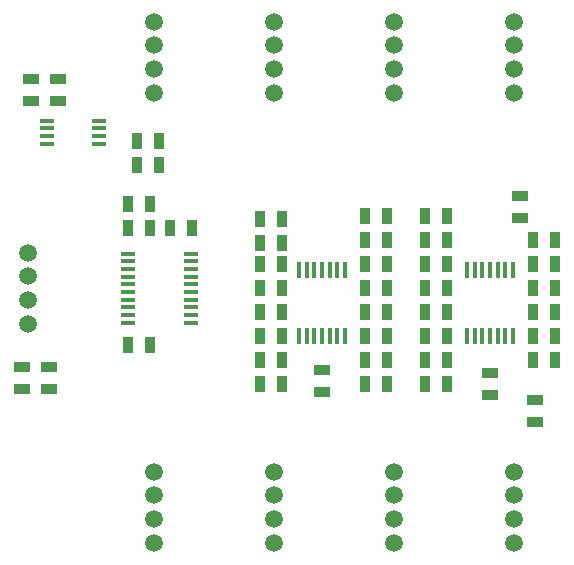
<source format=gts>
G04 (created by PCBNEW (22-Jun-2014 BZR 4027)-stable) date sam 25 jui 2015 15:37:36 CEST*
%MOIN*%
G04 Gerber Fmt 3.4, Leading zero omitted, Abs format*
%FSLAX34Y34*%
G01*
G70*
G90*
G04 APERTURE LIST*
%ADD10C,0.00590551*%
%ADD11R,0.05X0.016*%
%ADD12R,0.017X0.055*%
%ADD13R,0.035X0.055*%
%ADD14R,0.055X0.035*%
%ADD15C,0.0590551*%
G04 APERTURE END LIST*
G54D10*
G54D11*
X47150Y-33750D03*
X47150Y-34000D03*
X47150Y-34260D03*
X47150Y-34520D03*
X47150Y-34770D03*
X47150Y-35030D03*
X47150Y-35290D03*
X47150Y-35540D03*
X47150Y-35800D03*
X47150Y-36050D03*
X49250Y-36050D03*
X49250Y-35800D03*
X49250Y-35540D03*
X49250Y-35290D03*
X49250Y-35030D03*
X49250Y-34770D03*
X49250Y-34520D03*
X49250Y-34260D03*
X49250Y-34000D03*
X49250Y-33750D03*
G54D12*
X58440Y-36500D03*
X58690Y-36500D03*
X58950Y-36500D03*
X59200Y-36500D03*
X59460Y-36500D03*
X59715Y-36500D03*
X59970Y-36500D03*
X59970Y-34300D03*
X59715Y-34300D03*
X59460Y-34300D03*
X59200Y-34300D03*
X58945Y-34300D03*
X58690Y-34300D03*
X58435Y-34300D03*
X52840Y-36500D03*
X53090Y-36500D03*
X53350Y-36500D03*
X53600Y-36500D03*
X53860Y-36500D03*
X54115Y-36500D03*
X54370Y-36500D03*
X54370Y-34300D03*
X54115Y-34300D03*
X53860Y-34300D03*
X53600Y-34300D03*
X53345Y-34300D03*
X53090Y-34300D03*
X52835Y-34300D03*
G54D13*
X60625Y-36500D03*
X61375Y-36500D03*
X51525Y-32600D03*
X52275Y-32600D03*
X57775Y-36500D03*
X57025Y-36500D03*
X57775Y-37300D03*
X57025Y-37300D03*
X57025Y-35700D03*
X57775Y-35700D03*
X57025Y-38100D03*
X57775Y-38100D03*
X51525Y-34900D03*
X52275Y-34900D03*
X60625Y-37300D03*
X61375Y-37300D03*
X61375Y-35700D03*
X60625Y-35700D03*
G54D14*
X60700Y-39375D03*
X60700Y-38625D03*
G54D13*
X60625Y-34100D03*
X61375Y-34100D03*
X60625Y-33300D03*
X61375Y-33300D03*
X61375Y-34900D03*
X60625Y-34900D03*
G54D14*
X60200Y-31825D03*
X60200Y-32575D03*
G54D13*
X57775Y-34100D03*
X57025Y-34100D03*
X57775Y-33300D03*
X57025Y-33300D03*
X57025Y-34900D03*
X57775Y-34900D03*
X57025Y-32500D03*
X57775Y-32500D03*
X52275Y-33400D03*
X51525Y-33400D03*
X52275Y-36500D03*
X51525Y-36500D03*
X52275Y-37300D03*
X51525Y-37300D03*
X51525Y-35700D03*
X52275Y-35700D03*
X51525Y-38100D03*
X52275Y-38100D03*
X55025Y-36500D03*
X55775Y-36500D03*
X55025Y-37300D03*
X55775Y-37300D03*
X55775Y-35700D03*
X55025Y-35700D03*
X55775Y-38100D03*
X55025Y-38100D03*
X55025Y-34100D03*
X55775Y-34100D03*
X55025Y-33300D03*
X55775Y-33300D03*
X55775Y-34900D03*
X55025Y-34900D03*
X55775Y-32500D03*
X55025Y-32500D03*
X52275Y-34100D03*
X51525Y-34100D03*
G54D14*
X59200Y-37725D03*
X59200Y-38475D03*
X53600Y-37625D03*
X53600Y-38375D03*
G54D13*
X47125Y-36800D03*
X47875Y-36800D03*
X47125Y-32100D03*
X47875Y-32100D03*
X47125Y-32900D03*
X47875Y-32900D03*
X49275Y-32900D03*
X48525Y-32900D03*
G54D14*
X43900Y-28675D03*
X43900Y-27925D03*
X44800Y-28675D03*
X44800Y-27925D03*
G54D11*
X46175Y-30085D03*
X46175Y-29830D03*
X46175Y-29570D03*
X46175Y-29315D03*
X44425Y-29315D03*
X44425Y-29570D03*
X44425Y-29830D03*
X44425Y-30085D03*
G54D13*
X48175Y-30000D03*
X47425Y-30000D03*
X48175Y-30800D03*
X47425Y-30800D03*
G54D14*
X44500Y-38275D03*
X44500Y-37525D03*
X43600Y-38275D03*
X43600Y-37525D03*
G54D15*
X56000Y-41806D03*
X56000Y-42593D03*
X56000Y-43381D03*
X56000Y-41018D03*
X60000Y-41806D03*
X60000Y-42593D03*
X60000Y-43381D03*
X60000Y-41018D03*
X60000Y-27593D03*
X60000Y-26806D03*
X60000Y-26018D03*
X60000Y-28381D03*
X56000Y-27593D03*
X56000Y-26806D03*
X56000Y-26018D03*
X56000Y-28381D03*
X48000Y-41806D03*
X48000Y-42593D03*
X48000Y-43381D03*
X48000Y-41018D03*
X52000Y-41806D03*
X52000Y-42593D03*
X52000Y-43381D03*
X52000Y-41018D03*
X52000Y-27593D03*
X52000Y-26806D03*
X52000Y-26018D03*
X52000Y-28381D03*
X48000Y-27593D03*
X48000Y-26806D03*
X48000Y-26018D03*
X48000Y-28381D03*
X43800Y-35293D03*
X43800Y-34506D03*
X43800Y-33718D03*
X43800Y-36081D03*
M02*

</source>
